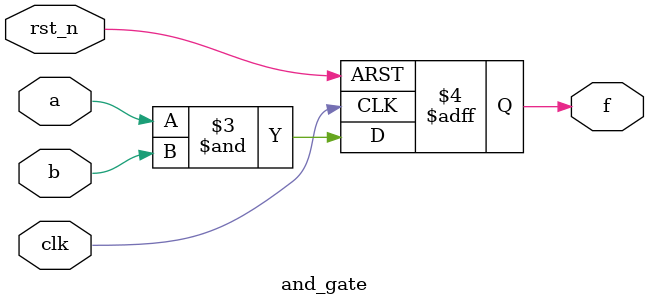
<source format=v>
module and_gate (clk, rst_n, a, b, f);

	input clk, rst_n;
	input a, b;
	
	output reg f;

//	assign f = a & b;

//	always @ (*)
//		begin
//			f = a & b;
//		end

	always @ (posedge clk or negedge rst_n)
		begin
			if (!rst_n)
				begin
					f <= 0;
				end
			else
				begin
					f <= a & b;
				end
		end

endmodule

</source>
